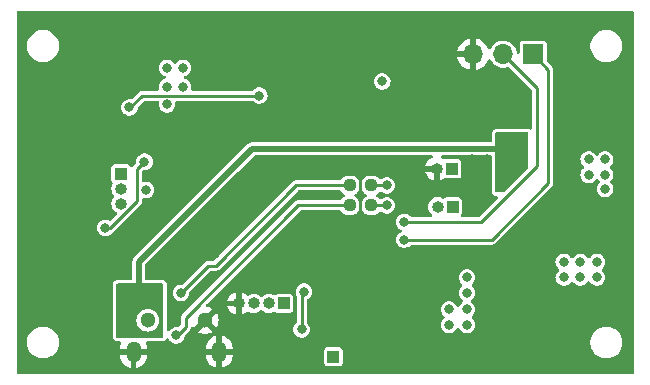
<source format=gbl>
G04 #@! TF.GenerationSoftware,KiCad,Pcbnew,8.0.1*
G04 #@! TF.CreationDate,2024-04-13T18:18:23+03:00*
G04 #@! TF.ProjectId,mains-detector,6d61696e-732d-4646-9574-6563746f722e,rev?*
G04 #@! TF.SameCoordinates,Original*
G04 #@! TF.FileFunction,Copper,L4,Bot*
G04 #@! TF.FilePolarity,Positive*
%FSLAX46Y46*%
G04 Gerber Fmt 4.6, Leading zero omitted, Abs format (unit mm)*
G04 Created by KiCad (PCBNEW 8.0.1) date 2024-04-13 18:18:23*
%MOMM*%
%LPD*%
G01*
G04 APERTURE LIST*
G04 Aperture macros list*
%AMRoundRect*
0 Rectangle with rounded corners*
0 $1 Rounding radius*
0 $2 $3 $4 $5 $6 $7 $8 $9 X,Y pos of 4 corners*
0 Add a 4 corners polygon primitive as box body*
4,1,4,$2,$3,$4,$5,$6,$7,$8,$9,$2,$3,0*
0 Add four circle primitives for the rounded corners*
1,1,$1+$1,$2,$3*
1,1,$1+$1,$4,$5*
1,1,$1+$1,$6,$7*
1,1,$1+$1,$8,$9*
0 Add four rect primitives between the rounded corners*
20,1,$1+$1,$2,$3,$4,$5,0*
20,1,$1+$1,$4,$5,$6,$7,0*
20,1,$1+$1,$6,$7,$8,$9,0*
20,1,$1+$1,$8,$9,$2,$3,0*%
G04 Aperture macros list end*
G04 #@! TA.AperFunction,ComponentPad*
%ADD10R,1.700000X1.700000*%
G04 #@! TD*
G04 #@! TA.AperFunction,ComponentPad*
%ADD11O,1.700000X1.700000*%
G04 #@! TD*
G04 #@! TA.AperFunction,ComponentPad*
%ADD12R,1.000000X1.000000*%
G04 #@! TD*
G04 #@! TA.AperFunction,ComponentPad*
%ADD13O,1.000000X1.000000*%
G04 #@! TD*
G04 #@! TA.AperFunction,ComponentPad*
%ADD14C,1.300000*%
G04 #@! TD*
G04 #@! TA.AperFunction,ComponentPad*
%ADD15O,1.300000X1.800000*%
G04 #@! TD*
G04 #@! TA.AperFunction,SMDPad,CuDef*
%ADD16RoundRect,0.237500X-0.250000X-0.237500X0.250000X-0.237500X0.250000X0.237500X-0.250000X0.237500X0*%
G04 #@! TD*
G04 #@! TA.AperFunction,ViaPad*
%ADD17C,0.800000*%
G04 #@! TD*
G04 #@! TA.AperFunction,Conductor*
%ADD18C,0.250000*%
G04 #@! TD*
G04 #@! TA.AperFunction,Conductor*
%ADD19C,0.500000*%
G04 #@! TD*
G04 APERTURE END LIST*
D10*
X43700000Y-3700000D03*
D11*
X41160000Y-3700000D03*
X38620000Y-3700000D03*
D12*
X22584803Y-24800000D03*
D13*
X21314803Y-24800000D03*
X20044803Y-24800000D03*
X18774803Y-24800000D03*
D12*
X26794803Y-29300000D03*
X8794803Y-13800000D03*
D13*
X8794803Y-15070000D03*
X8794803Y-16340000D03*
D12*
X36874803Y-16600000D03*
D13*
X35604803Y-16600000D03*
D12*
X36814803Y-13400000D03*
D13*
X35544803Y-13400000D03*
D14*
X15919803Y-26230000D03*
D15*
X17119803Y-28900000D03*
X9869803Y-28900000D03*
D14*
X11069803Y-26230000D03*
D16*
X28182303Y-14800000D03*
X30007303Y-14800000D03*
X28182303Y-16500000D03*
X30007303Y-16500000D03*
D17*
X16594803Y-9000000D03*
X30694803Y-20800000D03*
X23094803Y-9000000D03*
X17894803Y-9000000D03*
X47400000Y-24800000D03*
X37494803Y-15000000D03*
X16794803Y-18000000D03*
X25494803Y-20800000D03*
X16794803Y-16700000D03*
X24194803Y-20800000D03*
X20494803Y-9000000D03*
X36194803Y-15000000D03*
X19194803Y-9000000D03*
X49100000Y-8800000D03*
X28094803Y-20800000D03*
X26794803Y-20800000D03*
X49100000Y-7500000D03*
X34794803Y-21400000D03*
X34894803Y-15000000D03*
X21794803Y-9000000D03*
X46500000Y-8800000D03*
X24494803Y-9000000D03*
X44800000Y-26100000D03*
X46500000Y-7500000D03*
X46100000Y-26100000D03*
X38494803Y-12600000D03*
X25794803Y-9000000D03*
X47400000Y-26100000D03*
X46100000Y-24800000D03*
X47800000Y-8800000D03*
X44800000Y-24800000D03*
X16794803Y-19300000D03*
X16794803Y-20600000D03*
X27094803Y-9000000D03*
X39794803Y-12600000D03*
X29394803Y-20800000D03*
X47800000Y-7500000D03*
X30924803Y-6000000D03*
X47700000Y-22600000D03*
X49800000Y-12600000D03*
X49100000Y-22600000D03*
X12694803Y-4850000D03*
X14044803Y-4850000D03*
X36594803Y-26600000D03*
X36594803Y-25300000D03*
X38094803Y-26600000D03*
X48400000Y-13900000D03*
X47700000Y-21300000D03*
X38094803Y-22600000D03*
X38094803Y-25300000D03*
X38094803Y-23900000D03*
X46300000Y-22600000D03*
X10924803Y-15200000D03*
X48400000Y-12600000D03*
X12694803Y-6450000D03*
X14044803Y-6450000D03*
X49100000Y-21300000D03*
X49800000Y-15100000D03*
X12694803Y-7950000D03*
X46300000Y-21300000D03*
X49800000Y-13900000D03*
X11394803Y-23700000D03*
X42694803Y-12400000D03*
X41294803Y-12400000D03*
X10294803Y-23700000D03*
X9094803Y-23700000D03*
X11394803Y-24800000D03*
X9094803Y-24800000D03*
X9094803Y-25900000D03*
X42694803Y-11100000D03*
X10294803Y-24800000D03*
X31294803Y-14800000D03*
X31294803Y-16500000D03*
X32800000Y-19400000D03*
X32800000Y-17900000D03*
X24294803Y-23800000D03*
X24094803Y-27000000D03*
X10794803Y-12800000D03*
X7494803Y-18400000D03*
X20524803Y-7200000D03*
X9524803Y-8200000D03*
X13894803Y-23900000D03*
X13494803Y-27500000D03*
D18*
X10169803Y-13425000D02*
X10794803Y-12800000D01*
X10169803Y-16131727D02*
X10169803Y-13425000D01*
X7901530Y-18400000D02*
X10169803Y-16131727D01*
X7494803Y-18400000D02*
X7901530Y-18400000D01*
D19*
X41294803Y-12400000D02*
X40594803Y-11700000D01*
X19892721Y-11700000D02*
X10294803Y-21297918D01*
X40594803Y-11700000D02*
X19892721Y-11700000D01*
X10294803Y-21297918D02*
X10294803Y-23700000D01*
D18*
X30007303Y-14800000D02*
X31294803Y-14800000D01*
X30007303Y-16500000D02*
X31294803Y-16500000D01*
X40200000Y-19400000D02*
X45000000Y-14600000D01*
X45000000Y-14600000D02*
X45000000Y-5000000D01*
X32800000Y-19400000D02*
X40200000Y-19400000D01*
X45000000Y-5000000D02*
X43700000Y-3700000D01*
X39300000Y-17900000D02*
X44000000Y-13200000D01*
X32800000Y-17900000D02*
X39300000Y-17900000D01*
X44000000Y-13200000D02*
X44000000Y-6540000D01*
X44000000Y-6540000D02*
X41160000Y-3700000D01*
X24094803Y-27000000D02*
X24094803Y-24000000D01*
X24094803Y-24000000D02*
X24294803Y-23800000D01*
X20494803Y-7200000D02*
X10594803Y-7200000D01*
X10594803Y-7200000D02*
X9594803Y-8200000D01*
X16194803Y-21600000D02*
X16820108Y-21600000D01*
X13894803Y-23900000D02*
X16194803Y-21600000D01*
X16820108Y-21600000D02*
X23620108Y-14800000D01*
X23620108Y-14800000D02*
X28182303Y-14800000D01*
X13494803Y-27500000D02*
X13594803Y-27500000D01*
X13594803Y-27500000D02*
X14294803Y-26800000D01*
X14294803Y-26000000D02*
X23794803Y-16500000D01*
X14294803Y-26800000D02*
X14294803Y-26000000D01*
X23794803Y-16500000D02*
X28182303Y-16500000D01*
G04 #@! TA.AperFunction,Conductor*
G36*
X52143039Y-19685D02*
G01*
X52188794Y-72489D01*
X52200000Y-124000D01*
X52200000Y-30676000D01*
X52180315Y-30743039D01*
X52127511Y-30788794D01*
X52076000Y-30800000D01*
X124000Y-30800000D01*
X56961Y-30780315D01*
X11206Y-30727511D01*
X0Y-30676000D01*
X0Y-28206287D01*
X849500Y-28206287D01*
X882754Y-28416243D01*
X931057Y-28564905D01*
X948444Y-28618414D01*
X1044951Y-28807820D01*
X1169890Y-28979786D01*
X1320213Y-29130109D01*
X1492179Y-29255048D01*
X1492181Y-29255049D01*
X1492184Y-29255051D01*
X1681588Y-29351557D01*
X1883757Y-29417246D01*
X2093713Y-29450500D01*
X2093714Y-29450500D01*
X2306286Y-29450500D01*
X2306287Y-29450500D01*
X2516243Y-29417246D01*
X2718412Y-29351557D01*
X2907816Y-29255051D01*
X2935283Y-29235095D01*
X3079786Y-29130109D01*
X3079788Y-29130106D01*
X3079792Y-29130104D01*
X3230104Y-28979792D01*
X3230106Y-28979788D01*
X3230109Y-28979786D01*
X3355048Y-28807820D01*
X3355047Y-28807820D01*
X3355051Y-28807816D01*
X3451557Y-28618412D01*
X3517246Y-28416243D01*
X3550500Y-28206287D01*
X3550500Y-27993713D01*
X3517246Y-27783757D01*
X3451557Y-27581588D01*
X3448710Y-27576000D01*
X8089303Y-27576000D01*
X8089304Y-27576009D01*
X8096284Y-27640935D01*
X8096286Y-27640947D01*
X8107491Y-27692453D01*
X8118447Y-27730654D01*
X8118449Y-27730658D01*
X8175126Y-27827568D01*
X8175128Y-27827571D01*
X8220884Y-27880376D01*
X8220894Y-27880387D01*
X8265610Y-27922548D01*
X8265612Y-27922549D01*
X8265616Y-27922553D01*
X8365692Y-27973439D01*
X8432731Y-27993124D01*
X8518803Y-28005500D01*
X8518806Y-28005500D01*
X8705167Y-28005500D01*
X8772206Y-28025185D01*
X8817961Y-28077989D01*
X8827905Y-28147147D01*
X8815651Y-28185796D01*
X8804057Y-28208548D01*
X8804054Y-28208555D01*
X8748120Y-28380706D01*
X8719803Y-28559493D01*
X8719803Y-28650000D01*
X9520854Y-28650000D01*
X9519803Y-28653922D01*
X9519803Y-29146078D01*
X9520854Y-29150000D01*
X8719803Y-29150000D01*
X8719803Y-29240506D01*
X8748120Y-29419293D01*
X8804054Y-29591444D01*
X8804055Y-29591447D01*
X8886237Y-29752734D01*
X8992626Y-29899169D01*
X9120633Y-30027176D01*
X9267068Y-30133565D01*
X9428355Y-30215747D01*
X9428358Y-30215748D01*
X9600502Y-30271680D01*
X9600515Y-30271683D01*
X9619803Y-30274738D01*
X9619803Y-29344975D01*
X9654898Y-29380070D01*
X9734708Y-29426148D01*
X9823725Y-29450000D01*
X9915881Y-29450000D01*
X10004898Y-29426148D01*
X10084708Y-29380070D01*
X10119803Y-29344975D01*
X10119803Y-30274737D01*
X10139090Y-30271683D01*
X10139103Y-30271680D01*
X10311247Y-30215748D01*
X10311250Y-30215747D01*
X10472537Y-30133565D01*
X10618972Y-30027176D01*
X10746979Y-29899169D01*
X10853368Y-29752734D01*
X10935550Y-29591447D01*
X10935551Y-29591444D01*
X10991485Y-29419293D01*
X11019803Y-29240506D01*
X15969803Y-29240506D01*
X15998120Y-29419293D01*
X16054054Y-29591444D01*
X16054055Y-29591447D01*
X16136237Y-29752734D01*
X16242626Y-29899169D01*
X16370633Y-30027176D01*
X16517068Y-30133565D01*
X16678355Y-30215747D01*
X16678358Y-30215748D01*
X16850502Y-30271680D01*
X16850515Y-30271683D01*
X16869803Y-30274738D01*
X16869803Y-29344975D01*
X16904898Y-29380070D01*
X16984708Y-29426148D01*
X17073725Y-29450000D01*
X17165881Y-29450000D01*
X17254898Y-29426148D01*
X17334708Y-29380070D01*
X17369803Y-29344975D01*
X17369803Y-30274737D01*
X17389090Y-30271683D01*
X17389103Y-30271680D01*
X17561247Y-30215748D01*
X17561250Y-30215747D01*
X17722537Y-30133565D01*
X17868972Y-30027176D01*
X17996979Y-29899169D01*
X18036439Y-29844856D01*
X25994303Y-29844856D01*
X25994305Y-29844882D01*
X25997216Y-29869987D01*
X25997218Y-29869991D01*
X26042596Y-29972764D01*
X26042597Y-29972765D01*
X26122038Y-30052206D01*
X26224812Y-30097585D01*
X26249938Y-30100500D01*
X27339667Y-30100499D01*
X27339682Y-30100497D01*
X27339685Y-30100497D01*
X27364790Y-30097586D01*
X27364791Y-30097585D01*
X27364794Y-30097585D01*
X27467568Y-30052206D01*
X27547009Y-29972765D01*
X27592388Y-29869991D01*
X27595303Y-29844865D01*
X27595302Y-28755136D01*
X27595300Y-28755117D01*
X27592389Y-28730012D01*
X27592388Y-28730010D01*
X27592388Y-28730009D01*
X27547009Y-28627235D01*
X27467568Y-28547794D01*
X27467566Y-28547793D01*
X27364795Y-28502415D01*
X27339668Y-28499500D01*
X26249946Y-28499500D01*
X26249920Y-28499502D01*
X26224815Y-28502413D01*
X26224811Y-28502415D01*
X26122038Y-28547793D01*
X26042597Y-28627234D01*
X25997218Y-28730006D01*
X25997218Y-28730008D01*
X25994303Y-28755131D01*
X25994303Y-29844856D01*
X18036439Y-29844856D01*
X18103368Y-29752734D01*
X18185550Y-29591447D01*
X18185551Y-29591444D01*
X18241485Y-29419293D01*
X18269803Y-29240506D01*
X18269803Y-29150000D01*
X17468752Y-29150000D01*
X17469803Y-29146078D01*
X17469803Y-28653922D01*
X17468752Y-28650000D01*
X18269803Y-28650000D01*
X18269803Y-28559493D01*
X18241485Y-28380706D01*
X18185551Y-28208555D01*
X18185550Y-28208552D01*
X18184396Y-28206287D01*
X48549500Y-28206287D01*
X48582754Y-28416243D01*
X48631057Y-28564905D01*
X48648444Y-28618414D01*
X48744951Y-28807820D01*
X48869890Y-28979786D01*
X49020213Y-29130109D01*
X49192179Y-29255048D01*
X49192181Y-29255049D01*
X49192184Y-29255051D01*
X49381588Y-29351557D01*
X49583757Y-29417246D01*
X49793713Y-29450500D01*
X49793714Y-29450500D01*
X50006286Y-29450500D01*
X50006287Y-29450500D01*
X50216243Y-29417246D01*
X50418412Y-29351557D01*
X50607816Y-29255051D01*
X50635283Y-29235095D01*
X50779786Y-29130109D01*
X50779788Y-29130106D01*
X50779792Y-29130104D01*
X50930104Y-28979792D01*
X50930106Y-28979788D01*
X50930109Y-28979786D01*
X51055048Y-28807820D01*
X51055047Y-28807820D01*
X51055051Y-28807816D01*
X51151557Y-28618412D01*
X51217246Y-28416243D01*
X51250500Y-28206287D01*
X51250500Y-27993713D01*
X51217246Y-27783757D01*
X51151557Y-27581588D01*
X51055051Y-27392184D01*
X51055049Y-27392181D01*
X51055048Y-27392179D01*
X50930109Y-27220213D01*
X50779786Y-27069890D01*
X50607820Y-26944951D01*
X50418414Y-26848444D01*
X50418413Y-26848443D01*
X50418412Y-26848443D01*
X50216243Y-26782754D01*
X50216241Y-26782753D01*
X50216240Y-26782753D01*
X50054957Y-26757208D01*
X50006287Y-26749500D01*
X49793713Y-26749500D01*
X49745042Y-26757208D01*
X49583760Y-26782753D01*
X49583757Y-26782754D01*
X49406927Y-26840210D01*
X49381585Y-26848444D01*
X49192179Y-26944951D01*
X49020213Y-27069890D01*
X48869890Y-27220213D01*
X48744951Y-27392179D01*
X48648444Y-27581585D01*
X48582753Y-27783760D01*
X48553584Y-27967927D01*
X48549500Y-27993713D01*
X48549500Y-28206287D01*
X18184396Y-28206287D01*
X18103368Y-28047265D01*
X17996979Y-27900830D01*
X17868972Y-27772823D01*
X17722537Y-27666434D01*
X17561250Y-27584252D01*
X17561244Y-27584250D01*
X17389098Y-27528318D01*
X17389088Y-27528315D01*
X17369803Y-27525260D01*
X17369803Y-28455025D01*
X17334708Y-28419930D01*
X17254898Y-28373852D01*
X17165881Y-28350000D01*
X17073725Y-28350000D01*
X16984708Y-28373852D01*
X16904898Y-28419930D01*
X16869803Y-28455025D01*
X16869803Y-27525260D01*
X16850517Y-27528315D01*
X16850507Y-27528318D01*
X16678361Y-27584250D01*
X16678355Y-27584252D01*
X16517068Y-27666434D01*
X16370633Y-27772823D01*
X16242626Y-27900830D01*
X16136237Y-28047265D01*
X16054055Y-28208552D01*
X16054054Y-28208555D01*
X15998120Y-28380706D01*
X15969803Y-28559493D01*
X15969803Y-28650000D01*
X16770854Y-28650000D01*
X16769803Y-28653922D01*
X16769803Y-29146078D01*
X16770854Y-29150000D01*
X15969803Y-29150000D01*
X15969803Y-29240506D01*
X11019803Y-29240506D01*
X11019803Y-29150000D01*
X10218752Y-29150000D01*
X10219803Y-29146078D01*
X10219803Y-28653922D01*
X10218752Y-28650000D01*
X11019803Y-28650000D01*
X11019803Y-28559493D01*
X10991485Y-28380706D01*
X10935551Y-28208555D01*
X10935548Y-28208548D01*
X10923955Y-28185796D01*
X10911058Y-28117127D01*
X10937334Y-28052386D01*
X10994440Y-28012129D01*
X11034439Y-28005500D01*
X12270793Y-28005500D01*
X12270803Y-28005500D01*
X12335744Y-27998518D01*
X12387255Y-27987312D01*
X12425461Y-27976354D01*
X12522374Y-27919675D01*
X12575178Y-27873920D01*
X12575185Y-27873912D01*
X12575190Y-27873908D01*
X12617351Y-27829192D01*
X12617356Y-27829187D01*
X12635268Y-27793959D01*
X12683198Y-27743125D01*
X12751005Y-27726272D01*
X12817159Y-27748754D01*
X12860657Y-27803432D01*
X12861741Y-27806191D01*
X12869986Y-27827932D01*
X12901728Y-27873918D01*
X12966620Y-27967929D01*
X13016512Y-28012129D01*
X13093953Y-28080736D01*
X13220489Y-28147147D01*
X13244578Y-28159790D01*
X13409747Y-28200500D01*
X13579859Y-28200500D01*
X13745028Y-28159790D01*
X13826315Y-28117127D01*
X13895652Y-28080736D01*
X13895653Y-28080734D01*
X13895655Y-28080734D01*
X14022986Y-27967929D01*
X14119621Y-27827930D01*
X14179943Y-27668872D01*
X14195829Y-27538037D01*
X14223449Y-27473863D01*
X14231232Y-27465318D01*
X14495992Y-27200559D01*
X15302794Y-27200559D01*
X15405007Y-27263847D01*
X15405011Y-27263849D01*
X15603739Y-27340836D01*
X15603744Y-27340837D01*
X15813242Y-27380000D01*
X16026364Y-27380000D01*
X16235861Y-27340837D01*
X16235866Y-27340836D01*
X16434594Y-27263849D01*
X16434601Y-27263846D01*
X16536809Y-27200560D01*
X16536809Y-27200559D01*
X16336250Y-27000000D01*
X23389158Y-27000000D01*
X23409662Y-27168869D01*
X23409663Y-27168874D01*
X23469985Y-27327931D01*
X23532278Y-27418177D01*
X23566620Y-27467929D01*
X23672308Y-27561560D01*
X23693953Y-27580736D01*
X23808676Y-27640947D01*
X23844578Y-27659790D01*
X24009747Y-27700500D01*
X24179859Y-27700500D01*
X24345028Y-27659790D01*
X24424495Y-27618081D01*
X24495652Y-27580736D01*
X24495653Y-27580734D01*
X24495655Y-27580734D01*
X24622986Y-27467929D01*
X24719621Y-27327930D01*
X24779943Y-27168872D01*
X24800448Y-27000000D01*
X24779943Y-26831128D01*
X24779054Y-26828785D01*
X24719620Y-26672068D01*
X24669874Y-26600000D01*
X35889158Y-26600000D01*
X35909662Y-26768869D01*
X35909663Y-26768874D01*
X35969985Y-26927931D01*
X36019732Y-27000000D01*
X36066620Y-27067929D01*
X36150294Y-27142057D01*
X36193953Y-27180736D01*
X36344576Y-27259789D01*
X36344578Y-27259790D01*
X36509747Y-27300500D01*
X36679859Y-27300500D01*
X36845028Y-27259790D01*
X36924495Y-27218081D01*
X36995652Y-27180736D01*
X36995653Y-27180734D01*
X36995655Y-27180734D01*
X37122986Y-27067929D01*
X37219621Y-26927930D01*
X37228861Y-26903564D01*
X37271039Y-26847862D01*
X37336636Y-26823805D01*
X37404826Y-26839032D01*
X37453960Y-26888707D01*
X37460745Y-26903565D01*
X37469985Y-26927931D01*
X37519732Y-27000000D01*
X37566620Y-27067929D01*
X37650294Y-27142057D01*
X37693953Y-27180736D01*
X37844576Y-27259789D01*
X37844578Y-27259790D01*
X38009747Y-27300500D01*
X38179859Y-27300500D01*
X38345028Y-27259790D01*
X38424495Y-27218081D01*
X38495652Y-27180736D01*
X38495653Y-27180734D01*
X38495655Y-27180734D01*
X38622986Y-27067929D01*
X38719621Y-26927930D01*
X38779943Y-26768872D01*
X38800448Y-26600000D01*
X38779943Y-26431128D01*
X38719621Y-26272070D01*
X38622986Y-26132071D01*
X38522234Y-26042812D01*
X38485110Y-25983627D01*
X38485877Y-25913761D01*
X38522233Y-25857187D01*
X38622986Y-25767929D01*
X38719621Y-25627930D01*
X38779943Y-25468872D01*
X38800448Y-25300000D01*
X38779943Y-25131128D01*
X38719621Y-24972070D01*
X38622986Y-24832071D01*
X38495655Y-24719266D01*
X38477612Y-24709796D01*
X38427400Y-24661212D01*
X38411425Y-24593194D01*
X38434760Y-24527336D01*
X38477612Y-24490203D01*
X38495655Y-24480734D01*
X38622986Y-24367929D01*
X38719621Y-24227930D01*
X38779943Y-24068872D01*
X38800448Y-23900000D01*
X38779943Y-23731128D01*
X38719621Y-23572070D01*
X38622986Y-23432071D01*
X38522234Y-23342812D01*
X38485110Y-23283627D01*
X38485877Y-23213761D01*
X38522233Y-23157187D01*
X38622986Y-23067929D01*
X38719621Y-22927930D01*
X38779943Y-22768872D01*
X38800448Y-22600000D01*
X45594355Y-22600000D01*
X45614859Y-22768869D01*
X45614860Y-22768874D01*
X45675182Y-22927931D01*
X45705899Y-22972431D01*
X45771817Y-23067929D01*
X45874674Y-23159052D01*
X45899150Y-23180736D01*
X46031122Y-23250000D01*
X46049775Y-23259790D01*
X46214944Y-23300500D01*
X46385056Y-23300500D01*
X46550225Y-23259790D01*
X46665097Y-23199500D01*
X46700849Y-23180736D01*
X46700850Y-23180734D01*
X46700852Y-23180734D01*
X46828183Y-23067929D01*
X46897951Y-22966853D01*
X46952233Y-22922864D01*
X47021681Y-22915204D01*
X47084246Y-22946307D01*
X47102047Y-22966851D01*
X47145680Y-23030064D01*
X47171816Y-23067928D01*
X47299150Y-23180736D01*
X47431122Y-23250000D01*
X47449775Y-23259790D01*
X47614944Y-23300500D01*
X47785056Y-23300500D01*
X47950225Y-23259790D01*
X48065097Y-23199500D01*
X48100849Y-23180736D01*
X48100850Y-23180734D01*
X48100852Y-23180734D01*
X48228183Y-23067929D01*
X48297951Y-22966853D01*
X48352233Y-22922864D01*
X48421681Y-22915204D01*
X48484246Y-22946307D01*
X48502047Y-22966851D01*
X48545680Y-23030064D01*
X48571816Y-23067928D01*
X48699150Y-23180736D01*
X48831122Y-23250000D01*
X48849775Y-23259790D01*
X49014944Y-23300500D01*
X49185056Y-23300500D01*
X49350225Y-23259790D01*
X49465097Y-23199500D01*
X49500849Y-23180736D01*
X49500850Y-23180734D01*
X49500852Y-23180734D01*
X49628183Y-23067929D01*
X49724818Y-22927930D01*
X49785140Y-22768872D01*
X49805645Y-22600000D01*
X49785140Y-22431128D01*
X49724818Y-22272070D01*
X49628183Y-22132071D01*
X49527431Y-22042812D01*
X49490307Y-21983627D01*
X49491074Y-21913761D01*
X49527430Y-21857187D01*
X49628183Y-21767929D01*
X49724818Y-21627930D01*
X49785140Y-21468872D01*
X49805645Y-21300000D01*
X49785140Y-21131128D01*
X49724818Y-20972070D01*
X49716420Y-20959904D01*
X49690476Y-20922318D01*
X49628183Y-20832071D01*
X49500852Y-20719266D01*
X49500849Y-20719263D01*
X49350226Y-20640210D01*
X49185056Y-20599500D01*
X49014944Y-20599500D01*
X48849773Y-20640210D01*
X48699150Y-20719263D01*
X48571818Y-20832070D01*
X48571817Y-20832071D01*
X48502048Y-20933146D01*
X48447767Y-20977136D01*
X48378318Y-20984795D01*
X48315753Y-20953691D01*
X48297952Y-20933148D01*
X48228183Y-20832071D01*
X48100852Y-20719266D01*
X48100849Y-20719263D01*
X47950226Y-20640210D01*
X47785056Y-20599500D01*
X47614944Y-20599500D01*
X47449773Y-20640210D01*
X47299150Y-20719263D01*
X47171818Y-20832070D01*
X47171817Y-20832071D01*
X47102048Y-20933146D01*
X47047767Y-20977136D01*
X46978318Y-20984795D01*
X46915753Y-20953691D01*
X46897952Y-20933148D01*
X46828183Y-20832071D01*
X46700852Y-20719266D01*
X46700849Y-20719263D01*
X46550226Y-20640210D01*
X46385056Y-20599500D01*
X46214944Y-20599500D01*
X46049773Y-20640210D01*
X45899150Y-20719263D01*
X45771816Y-20832072D01*
X45675182Y-20972068D01*
X45614860Y-21131125D01*
X45614859Y-21131130D01*
X45594355Y-21300000D01*
X45614859Y-21468869D01*
X45614860Y-21468874D01*
X45675182Y-21627931D01*
X45702049Y-21666854D01*
X45771817Y-21767929D01*
X45872566Y-21857185D01*
X45909693Y-21916374D01*
X45908925Y-21986239D01*
X45872566Y-22042814D01*
X45771818Y-22132070D01*
X45771816Y-22132072D01*
X45675182Y-22272068D01*
X45614860Y-22431125D01*
X45614859Y-22431130D01*
X45594355Y-22600000D01*
X38800448Y-22600000D01*
X38779943Y-22431128D01*
X38719621Y-22272070D01*
X38622986Y-22132071D01*
X38495655Y-22019266D01*
X38495652Y-22019263D01*
X38345029Y-21940210D01*
X38179859Y-21899500D01*
X38009747Y-21899500D01*
X37844576Y-21940210D01*
X37693953Y-22019263D01*
X37566619Y-22132072D01*
X37469985Y-22272068D01*
X37409663Y-22431125D01*
X37409662Y-22431130D01*
X37389158Y-22600000D01*
X37409662Y-22768869D01*
X37409663Y-22768874D01*
X37469985Y-22927931D01*
X37500702Y-22972431D01*
X37566620Y-23067929D01*
X37667369Y-23157185D01*
X37704496Y-23216374D01*
X37703728Y-23286239D01*
X37667369Y-23342814D01*
X37566620Y-23432071D01*
X37566619Y-23432072D01*
X37469985Y-23572068D01*
X37409663Y-23731125D01*
X37409662Y-23731130D01*
X37389158Y-23900000D01*
X37409662Y-24068869D01*
X37409663Y-24068874D01*
X37469985Y-24227931D01*
X37518170Y-24297738D01*
X37566620Y-24367929D01*
X37693951Y-24480734D01*
X37706997Y-24487581D01*
X37711994Y-24490204D01*
X37762206Y-24538789D01*
X37778180Y-24606808D01*
X37754844Y-24672666D01*
X37711994Y-24709796D01*
X37693952Y-24719265D01*
X37566619Y-24832072D01*
X37469986Y-24972067D01*
X37460745Y-24996435D01*
X37418566Y-25052137D01*
X37352969Y-25076194D01*
X37284778Y-25060967D01*
X37235646Y-25011290D01*
X37228861Y-24996435D01*
X37219621Y-24972070D01*
X37122986Y-24832071D01*
X36995655Y-24719266D01*
X36995652Y-24719263D01*
X36845029Y-24640210D01*
X36679859Y-24599500D01*
X36509747Y-24599500D01*
X36344576Y-24640210D01*
X36193953Y-24719263D01*
X36066619Y-24832072D01*
X35969985Y-24972068D01*
X35909663Y-25131125D01*
X35909662Y-25131130D01*
X35889158Y-25300000D01*
X35909662Y-25468869D01*
X35909663Y-25468874D01*
X35969985Y-25627931D01*
X36013592Y-25691105D01*
X36066620Y-25767929D01*
X36167369Y-25857185D01*
X36204496Y-25916374D01*
X36203728Y-25986239D01*
X36167369Y-26042814D01*
X36108572Y-26094905D01*
X36066619Y-26132072D01*
X35969985Y-26272068D01*
X35909663Y-26431125D01*
X35909662Y-26431130D01*
X35889158Y-26600000D01*
X24669874Y-26600000D01*
X24663026Y-26590079D01*
X24622986Y-26532071D01*
X24598152Y-26510070D01*
X24562076Y-26478109D01*
X24524949Y-26418920D01*
X24520303Y-26385294D01*
X24520303Y-24547726D01*
X24539988Y-24480687D01*
X24586675Y-24437931D01*
X24695655Y-24380734D01*
X24822986Y-24267929D01*
X24919621Y-24127930D01*
X24979943Y-23968872D01*
X25000448Y-23800000D01*
X24979943Y-23631128D01*
X24919621Y-23472070D01*
X24892011Y-23432071D01*
X24885279Y-23422318D01*
X24822986Y-23332071D01*
X24700999Y-23224000D01*
X24695652Y-23219263D01*
X24545029Y-23140210D01*
X24379859Y-23099500D01*
X24209747Y-23099500D01*
X24044576Y-23140210D01*
X23893953Y-23219263D01*
X23766619Y-23332072D01*
X23669985Y-23472068D01*
X23609663Y-23631125D01*
X23609662Y-23631130D01*
X23589158Y-23800000D01*
X23609662Y-23968870D01*
X23609663Y-23968875D01*
X23647588Y-24068872D01*
X23656049Y-24091184D01*
X23661245Y-24104883D01*
X23669303Y-24148854D01*
X23669303Y-26385294D01*
X23649618Y-26452333D01*
X23627530Y-26478109D01*
X23566621Y-26532069D01*
X23469985Y-26672068D01*
X23409663Y-26831125D01*
X23409662Y-26831130D01*
X23389158Y-27000000D01*
X16336250Y-27000000D01*
X15919804Y-26583553D01*
X15919803Y-26583553D01*
X15302794Y-27200559D01*
X14495992Y-27200559D01*
X14635287Y-27061264D01*
X14691306Y-26964237D01*
X14715161Y-26875207D01*
X14751525Y-26815549D01*
X14814372Y-26785020D01*
X14883747Y-26793315D01*
X14933313Y-26834240D01*
X14934407Y-26833414D01*
X14946639Y-26849610D01*
X15569803Y-26226446D01*
X15569803Y-26276078D01*
X15593655Y-26365095D01*
X15639733Y-26444905D01*
X15704898Y-26510070D01*
X15784708Y-26556148D01*
X15873725Y-26580000D01*
X15965881Y-26580000D01*
X16054898Y-26556148D01*
X16134708Y-26510070D01*
X16199873Y-26444905D01*
X16245951Y-26365095D01*
X16269803Y-26276078D01*
X16269803Y-26230000D01*
X16273356Y-26230000D01*
X16892965Y-26849609D01*
X16892966Y-26849609D01*
X16901743Y-26837988D01*
X16901745Y-26837985D01*
X16996736Y-26647216D01*
X16996744Y-26647196D01*
X17055064Y-26442219D01*
X17055065Y-26442216D01*
X17074730Y-26230000D01*
X17074730Y-26229999D01*
X17055065Y-26017783D01*
X17055064Y-26017780D01*
X16996744Y-25812803D01*
X16996736Y-25812783D01*
X16901745Y-25622014D01*
X16901740Y-25622006D01*
X16892966Y-25610389D01*
X16273356Y-26229999D01*
X16273356Y-26230000D01*
X16269803Y-26230000D01*
X16269803Y-26183922D01*
X16245951Y-26094905D01*
X16199873Y-26015095D01*
X16134708Y-25949930D01*
X16054898Y-25903852D01*
X15965881Y-25880000D01*
X15916249Y-25880000D01*
X16536810Y-25259439D01*
X16434596Y-25196151D01*
X16434592Y-25196149D01*
X16235866Y-25119163D01*
X16235861Y-25119162D01*
X16080834Y-25090182D01*
X16018553Y-25058514D01*
X16013574Y-25050000D01*
X17805643Y-25050000D01*
X17846455Y-25184541D01*
X17939306Y-25358253D01*
X17939310Y-25358260D01*
X18064274Y-25510528D01*
X18216542Y-25635491D01*
X18390268Y-25728349D01*
X18524803Y-25769159D01*
X18524803Y-25050000D01*
X17805643Y-25050000D01*
X16013574Y-25050000D01*
X15983280Y-24998201D01*
X15986214Y-24928393D01*
X16015936Y-24880614D01*
X16053763Y-24842787D01*
X18449803Y-24842787D01*
X18471952Y-24925445D01*
X18514739Y-24999554D01*
X18575249Y-25060064D01*
X18649358Y-25102851D01*
X18732016Y-25125000D01*
X18817590Y-25125000D01*
X18900248Y-25102851D01*
X18974357Y-25060064D01*
X19024803Y-25009618D01*
X19024803Y-25769159D01*
X19159337Y-25728349D01*
X19333063Y-25635491D01*
X19485323Y-25510534D01*
X19487042Y-25508816D01*
X19488165Y-25508202D01*
X19490040Y-25506664D01*
X19490331Y-25507019D01*
X19548363Y-25475326D01*
X19618055Y-25480305D01*
X19640703Y-25491496D01*
X19692123Y-25523805D01*
X19695281Y-25525789D01*
X19855577Y-25581879D01*
X19865548Y-25585368D01*
X19865553Y-25585369D01*
X20044799Y-25605565D01*
X20044803Y-25605565D01*
X20044807Y-25605565D01*
X20224052Y-25585369D01*
X20224055Y-25585368D01*
X20224058Y-25585368D01*
X20394325Y-25525789D01*
X20547065Y-25429816D01*
X20592122Y-25384759D01*
X20653445Y-25351274D01*
X20723137Y-25356258D01*
X20767484Y-25384759D01*
X20812541Y-25429816D01*
X20880894Y-25472765D01*
X20940660Y-25510319D01*
X20965281Y-25525789D01*
X21125577Y-25581879D01*
X21135548Y-25585368D01*
X21135553Y-25585369D01*
X21314799Y-25605565D01*
X21314803Y-25605565D01*
X21314807Y-25605565D01*
X21494052Y-25585369D01*
X21494055Y-25585368D01*
X21494058Y-25585368D01*
X21664325Y-25525789D01*
X21692315Y-25508202D01*
X21716497Y-25493007D01*
X21783734Y-25474006D01*
X21850569Y-25494373D01*
X21870151Y-25510319D01*
X21912038Y-25552206D01*
X22014812Y-25597585D01*
X22039938Y-25600500D01*
X23129667Y-25600499D01*
X23129682Y-25600497D01*
X23129685Y-25600497D01*
X23154790Y-25597586D01*
X23154791Y-25597585D01*
X23154794Y-25597585D01*
X23257568Y-25552206D01*
X23337009Y-25472765D01*
X23382388Y-25369991D01*
X23385303Y-25344865D01*
X23385302Y-24255136D01*
X23384559Y-24248725D01*
X23382389Y-24230012D01*
X23382388Y-24230010D01*
X23382388Y-24230009D01*
X23337009Y-24127235D01*
X23257568Y-24047794D01*
X23257566Y-24047793D01*
X23154795Y-24002415D01*
X23129668Y-23999500D01*
X22039946Y-23999500D01*
X22039920Y-23999502D01*
X22014815Y-24002413D01*
X22014811Y-24002415D01*
X21912038Y-24047793D01*
X21912036Y-24047794D01*
X21870150Y-24089681D01*
X21808827Y-24123165D01*
X21739135Y-24118180D01*
X21716499Y-24106993D01*
X21664324Y-24074209D01*
X21494065Y-24014633D01*
X21494052Y-24014630D01*
X21314807Y-23994435D01*
X21314799Y-23994435D01*
X21135553Y-24014630D01*
X21135548Y-24014631D01*
X20965279Y-24074211D01*
X20812540Y-24170184D01*
X20767483Y-24215241D01*
X20706160Y-24248725D01*
X20636468Y-24243740D01*
X20592123Y-24215241D01*
X20547066Y-24170185D01*
X20547065Y-24170184D01*
X20394326Y-24074211D01*
X20224057Y-24014631D01*
X20224052Y-24014630D01*
X20044807Y-23994435D01*
X20044799Y-23994435D01*
X19865553Y-24014630D01*
X19865540Y-24014633D01*
X19695285Y-24074208D01*
X19640702Y-24108505D01*
X19573465Y-24127504D01*
X19506630Y-24107135D01*
X19487042Y-24091184D01*
X19485323Y-24089465D01*
X19333063Y-23964507D01*
X19333056Y-23964503D01*
X19159344Y-23871652D01*
X19024803Y-23830839D01*
X19024803Y-24590382D01*
X18974357Y-24539936D01*
X18900248Y-24497149D01*
X18817590Y-24475000D01*
X18732016Y-24475000D01*
X18649358Y-24497149D01*
X18575249Y-24539936D01*
X18514739Y-24600446D01*
X18471952Y-24674555D01*
X18449803Y-24757213D01*
X18449803Y-24842787D01*
X16053763Y-24842787D01*
X16346551Y-24549999D01*
X17805642Y-24549999D01*
X17805643Y-24550000D01*
X18524803Y-24550000D01*
X18524803Y-23830839D01*
X18524802Y-23830839D01*
X18390261Y-23871652D01*
X18216549Y-23964503D01*
X18216542Y-23964507D01*
X18064274Y-24089471D01*
X17939310Y-24241739D01*
X17939306Y-24241746D01*
X17846455Y-24415458D01*
X17805642Y-24549999D01*
X16346551Y-24549999D01*
X23934732Y-16961819D01*
X23996055Y-16928334D01*
X24022413Y-16925500D01*
X27343725Y-16925500D01*
X27410764Y-16945185D01*
X27456519Y-16997989D01*
X27458898Y-17003582D01*
X27458940Y-17003657D01*
X27548302Y-17121500D01*
X27666142Y-17210860D01*
X27666145Y-17210862D01*
X27803726Y-17265117D01*
X27861365Y-17272039D01*
X27890184Y-17275500D01*
X27890185Y-17275500D01*
X28474422Y-17275500D01*
X28497212Y-17272763D01*
X28560880Y-17265117D01*
X28698461Y-17210862D01*
X28816303Y-17121500D01*
X28905665Y-17003658D01*
X28959920Y-16866077D01*
X28970303Y-16779618D01*
X29219303Y-16779618D01*
X29229685Y-16866074D01*
X29229685Y-16866075D01*
X29229686Y-16866077D01*
X29281705Y-16997989D01*
X29283942Y-17003660D01*
X29373302Y-17121500D01*
X29491142Y-17210860D01*
X29491145Y-17210862D01*
X29628726Y-17265117D01*
X29686365Y-17272039D01*
X29715184Y-17275500D01*
X29715185Y-17275500D01*
X30299422Y-17275500D01*
X30322212Y-17272763D01*
X30385880Y-17265117D01*
X30523461Y-17210862D01*
X30641303Y-17121500D01*
X30680459Y-17069864D01*
X30736649Y-17028342D01*
X30806370Y-17023789D01*
X30861486Y-17051973D01*
X30877082Y-17065789D01*
X30893953Y-17080736D01*
X31044576Y-17159789D01*
X31044578Y-17159790D01*
X31209747Y-17200500D01*
X31379859Y-17200500D01*
X31545028Y-17159790D01*
X31643291Y-17108217D01*
X31695652Y-17080736D01*
X31695653Y-17080734D01*
X31695655Y-17080734D01*
X31822986Y-16967929D01*
X31919621Y-16827930D01*
X31979943Y-16668872D01*
X32000448Y-16500000D01*
X31979943Y-16331128D01*
X31919621Y-16172070D01*
X31911807Y-16160750D01*
X31853107Y-16075709D01*
X31822986Y-16032071D01*
X31728117Y-15948025D01*
X31695652Y-15919263D01*
X31545029Y-15840210D01*
X31379859Y-15799500D01*
X31209747Y-15799500D01*
X31044576Y-15840210D01*
X30893953Y-15919264D01*
X30861489Y-15948025D01*
X30798255Y-15977746D01*
X30728992Y-15968562D01*
X30680458Y-15930133D01*
X30641304Y-15878500D01*
X30523463Y-15789139D01*
X30523461Y-15789138D01*
X30463148Y-15765353D01*
X30408006Y-15722449D01*
X30384813Y-15656541D01*
X30400934Y-15588556D01*
X30451250Y-15540080D01*
X30463140Y-15534649D01*
X30523461Y-15510862D01*
X30641303Y-15421500D01*
X30680459Y-15369864D01*
X30736649Y-15328342D01*
X30806370Y-15323789D01*
X30861486Y-15351973D01*
X30888659Y-15376046D01*
X30893953Y-15380736D01*
X31044576Y-15459789D01*
X31044578Y-15459790D01*
X31209747Y-15500500D01*
X31379859Y-15500500D01*
X31545028Y-15459790D01*
X31673327Y-15392453D01*
X31695652Y-15380736D01*
X31695653Y-15380734D01*
X31695655Y-15380734D01*
X31822986Y-15267929D01*
X31919621Y-15127930D01*
X31979943Y-14968872D01*
X32000448Y-14800000D01*
X31979943Y-14631128D01*
X31975444Y-14619266D01*
X31925448Y-14487434D01*
X31919621Y-14472070D01*
X31915689Y-14466374D01*
X31857606Y-14382227D01*
X31822986Y-14332071D01*
X31713969Y-14235491D01*
X31695652Y-14219263D01*
X31545029Y-14140210D01*
X31379859Y-14099500D01*
X31209747Y-14099500D01*
X31044576Y-14140210D01*
X30893953Y-14219264D01*
X30861489Y-14248025D01*
X30798255Y-14277746D01*
X30728992Y-14268562D01*
X30680458Y-14230133D01*
X30641304Y-14178500D01*
X30523463Y-14089139D01*
X30523461Y-14089138D01*
X30385880Y-14034883D01*
X30385879Y-14034882D01*
X30385877Y-14034882D01*
X30299422Y-14024500D01*
X30299421Y-14024500D01*
X29715185Y-14024500D01*
X29715184Y-14024500D01*
X29628728Y-14034882D01*
X29628727Y-14034882D01*
X29491142Y-14089139D01*
X29373302Y-14178499D01*
X29283942Y-14296339D01*
X29229685Y-14433924D01*
X29229685Y-14433925D01*
X29219303Y-14520381D01*
X29219303Y-15079618D01*
X29229685Y-15166074D01*
X29229685Y-15166075D01*
X29248887Y-15214768D01*
X29281705Y-15297989D01*
X29283942Y-15303660D01*
X29373302Y-15421500D01*
X29491142Y-15510860D01*
X29491145Y-15510862D01*
X29521597Y-15522870D01*
X29551456Y-15534646D01*
X29606599Y-15577552D01*
X29629792Y-15643460D01*
X29613671Y-15711444D01*
X29563354Y-15759920D01*
X29551456Y-15765354D01*
X29491146Y-15789137D01*
X29491142Y-15789139D01*
X29373302Y-15878499D01*
X29283942Y-15996339D01*
X29229685Y-16133924D01*
X29229685Y-16133925D01*
X29219303Y-16220381D01*
X29219303Y-16779618D01*
X28970303Y-16779618D01*
X28970303Y-16220382D01*
X28959920Y-16133923D01*
X28905665Y-15996342D01*
X28902226Y-15991807D01*
X28816303Y-15878499D01*
X28698463Y-15789139D01*
X28698461Y-15789138D01*
X28638148Y-15765353D01*
X28583006Y-15722449D01*
X28559813Y-15656541D01*
X28575934Y-15588556D01*
X28626250Y-15540080D01*
X28638140Y-15534649D01*
X28698461Y-15510862D01*
X28816303Y-15421500D01*
X28905665Y-15303658D01*
X28959920Y-15166077D01*
X28970303Y-15079618D01*
X28970303Y-14520382D01*
X28959920Y-14433923D01*
X28905665Y-14296342D01*
X28905663Y-14296339D01*
X28816303Y-14178499D01*
X28698463Y-14089139D01*
X28698461Y-14089138D01*
X28560880Y-14034883D01*
X28560879Y-14034882D01*
X28560877Y-14034882D01*
X28474422Y-14024500D01*
X28474421Y-14024500D01*
X27890185Y-14024500D01*
X27890184Y-14024500D01*
X27803728Y-14034882D01*
X27803727Y-14034882D01*
X27666142Y-14089139D01*
X27548302Y-14178499D01*
X27458940Y-14296342D01*
X27454783Y-14303736D01*
X27453579Y-14303059D01*
X27416174Y-14351134D01*
X27350266Y-14374327D01*
X27343725Y-14374500D01*
X23564088Y-14374500D01*
X23535251Y-14382226D01*
X23535252Y-14382227D01*
X23455869Y-14403497D01*
X23455868Y-14403498D01*
X23358848Y-14459513D01*
X23358842Y-14459517D01*
X16680179Y-21138181D01*
X16618856Y-21171666D01*
X16592498Y-21174500D01*
X16250821Y-21174500D01*
X16138784Y-21174500D01*
X16030566Y-21203497D01*
X16030564Y-21203498D01*
X16030563Y-21203498D01*
X15933543Y-21259513D01*
X15933537Y-21259517D01*
X14029873Y-23163181D01*
X13968550Y-23196666D01*
X13942192Y-23199500D01*
X13809747Y-23199500D01*
X13644576Y-23240210D01*
X13493953Y-23319263D01*
X13366619Y-23432072D01*
X13269985Y-23572068D01*
X13209663Y-23731125D01*
X13209662Y-23731130D01*
X13189158Y-23900000D01*
X13209662Y-24068869D01*
X13209663Y-24068874D01*
X13269985Y-24227931D01*
X13318170Y-24297738D01*
X13366620Y-24367929D01*
X13445634Y-24437929D01*
X13493953Y-24480736D01*
X13621592Y-24547726D01*
X13644578Y-24559790D01*
X13809747Y-24600500D01*
X13979859Y-24600500D01*
X14145028Y-24559790D01*
X14224495Y-24518081D01*
X14295652Y-24480736D01*
X14295653Y-24480734D01*
X14295655Y-24480734D01*
X14422986Y-24367929D01*
X14519621Y-24227930D01*
X14579943Y-24068872D01*
X14600448Y-23900000D01*
X14596475Y-23867285D01*
X14607934Y-23798365D01*
X14631887Y-23764662D01*
X16334732Y-22061819D01*
X16396055Y-22028334D01*
X16422413Y-22025500D01*
X16876124Y-22025500D01*
X16876126Y-22025500D01*
X16984345Y-21996503D01*
X17081371Y-21940485D01*
X23760036Y-15261818D01*
X23821359Y-15228334D01*
X23847717Y-15225500D01*
X27343725Y-15225500D01*
X27410764Y-15245185D01*
X27456519Y-15297989D01*
X27458898Y-15303582D01*
X27458940Y-15303657D01*
X27548302Y-15421500D01*
X27666142Y-15510860D01*
X27666145Y-15510862D01*
X27696597Y-15522870D01*
X27726456Y-15534646D01*
X27781599Y-15577552D01*
X27804792Y-15643460D01*
X27788671Y-15711444D01*
X27738354Y-15759920D01*
X27726456Y-15765354D01*
X27666146Y-15789137D01*
X27666142Y-15789139D01*
X27548302Y-15878499D01*
X27458940Y-15996342D01*
X27454783Y-16003736D01*
X27453579Y-16003059D01*
X27416174Y-16051134D01*
X27350266Y-16074327D01*
X27343725Y-16074500D01*
X23738785Y-16074500D01*
X23630566Y-16103497D01*
X23630563Y-16103498D01*
X23533543Y-16159513D01*
X23533537Y-16159517D01*
X13954320Y-25738734D01*
X13954316Y-25738740D01*
X13898301Y-25835760D01*
X13898300Y-25835763D01*
X13869303Y-25943982D01*
X13869303Y-26572389D01*
X13849618Y-26639428D01*
X13832984Y-26660071D01*
X13720524Y-26772530D01*
X13659201Y-26806014D01*
X13603170Y-26805245D01*
X13579861Y-26799500D01*
X13579859Y-26799500D01*
X13409747Y-26799500D01*
X13244576Y-26840210D01*
X13093953Y-26919263D01*
X12966621Y-27032070D01*
X12966620Y-27032071D01*
X12940516Y-27069890D01*
X12926353Y-27090408D01*
X12872069Y-27134398D01*
X12802621Y-27142057D01*
X12740056Y-27110953D01*
X12704239Y-27050962D01*
X12700303Y-27019967D01*
X12700303Y-23224010D01*
X12700303Y-23224000D01*
X12693321Y-23159059D01*
X12682115Y-23107548D01*
X12671157Y-23069342D01*
X12614478Y-22972429D01*
X12568723Y-22919625D01*
X12568721Y-22919623D01*
X12568711Y-22919612D01*
X12523995Y-22877451D01*
X12523992Y-22877449D01*
X12523990Y-22877447D01*
X12423914Y-22826561D01*
X12423913Y-22826560D01*
X12423912Y-22826560D01*
X12356881Y-22806877D01*
X12356875Y-22806876D01*
X12270803Y-22794500D01*
X12270800Y-22794500D01*
X10969303Y-22794500D01*
X10902264Y-22774815D01*
X10856509Y-22722011D01*
X10845303Y-22670500D01*
X10845303Y-21577305D01*
X10864988Y-21510266D01*
X10881622Y-21489624D01*
X18721246Y-13650000D01*
X34575643Y-13650000D01*
X34616455Y-13784541D01*
X34709306Y-13958253D01*
X34709310Y-13958260D01*
X34834274Y-14110528D01*
X34986542Y-14235491D01*
X35160268Y-14328349D01*
X35294803Y-14369159D01*
X35294803Y-13650000D01*
X34575643Y-13650000D01*
X18721246Y-13650000D01*
X20084427Y-12286819D01*
X20145750Y-12253334D01*
X20172108Y-12250500D01*
X35078974Y-12250500D01*
X35146013Y-12270185D01*
X35191768Y-12322989D01*
X35201712Y-12392147D01*
X35172687Y-12455703D01*
X35137427Y-12483858D01*
X34986549Y-12564503D01*
X34986542Y-12564507D01*
X34834274Y-12689471D01*
X34709310Y-12841739D01*
X34709306Y-12841746D01*
X34616455Y-13015458D01*
X34575642Y-13149999D01*
X34575643Y-13150000D01*
X35335185Y-13150000D01*
X35284739Y-13200446D01*
X35241952Y-13274555D01*
X35219803Y-13357213D01*
X35219803Y-13442787D01*
X35241952Y-13525445D01*
X35284739Y-13599554D01*
X35345249Y-13660064D01*
X35419358Y-13702851D01*
X35502016Y-13725000D01*
X35587590Y-13725000D01*
X35670248Y-13702851D01*
X35744357Y-13660064D01*
X35794803Y-13609618D01*
X35794803Y-14369159D01*
X35929337Y-14328349D01*
X36103057Y-14235495D01*
X36123711Y-14218545D01*
X36188021Y-14191232D01*
X36234945Y-14198318D01*
X36235811Y-14195136D01*
X36244807Y-14197583D01*
X36244812Y-14197585D01*
X36269938Y-14200500D01*
X37359667Y-14200499D01*
X37359682Y-14200497D01*
X37359685Y-14200497D01*
X37384790Y-14197586D01*
X37384791Y-14197585D01*
X37384794Y-14197585D01*
X37487568Y-14152206D01*
X37567009Y-14072765D01*
X37612388Y-13969991D01*
X37615303Y-13944865D01*
X37615302Y-12855136D01*
X37615300Y-12855117D01*
X37612389Y-12830012D01*
X37612388Y-12830010D01*
X37612388Y-12830009D01*
X37567009Y-12727235D01*
X37487568Y-12647794D01*
X37484615Y-12646490D01*
X37384795Y-12602415D01*
X37359668Y-12599500D01*
X36269946Y-12599500D01*
X36269922Y-12599502D01*
X36244813Y-12602414D01*
X36235808Y-12604864D01*
X36234853Y-12601355D01*
X36183082Y-12608091D01*
X36123711Y-12581454D01*
X36103057Y-12564504D01*
X36103056Y-12564503D01*
X35952179Y-12483858D01*
X35902335Y-12434896D01*
X35886874Y-12366759D01*
X35910705Y-12301079D01*
X35966263Y-12258710D01*
X36010632Y-12250500D01*
X40065303Y-12250500D01*
X40132342Y-12270185D01*
X40178097Y-12322989D01*
X40189303Y-12374500D01*
X40189303Y-12546008D01*
X40189530Y-12553509D01*
X40189860Y-12564465D01*
X40190764Y-12579403D01*
X40191616Y-12588776D01*
X40191616Y-12611223D01*
X40190763Y-12620598D01*
X40189860Y-12635531D01*
X40189573Y-12645048D01*
X40189303Y-12653991D01*
X40189303Y-15276000D01*
X40189304Y-15276009D01*
X40196284Y-15340935D01*
X40196286Y-15340947D01*
X40207491Y-15392453D01*
X40218447Y-15430654D01*
X40218449Y-15430658D01*
X40265354Y-15510860D01*
X40275128Y-15527571D01*
X40319393Y-15578656D01*
X40320884Y-15580376D01*
X40320894Y-15580387D01*
X40365610Y-15622548D01*
X40365612Y-15622549D01*
X40365616Y-15622553D01*
X40465692Y-15673439D01*
X40532731Y-15693124D01*
X40613118Y-15704682D01*
X40676673Y-15733708D01*
X40714446Y-15792486D01*
X40714446Y-15862356D01*
X40683150Y-15915101D01*
X39160071Y-17438181D01*
X39098748Y-17471666D01*
X39072390Y-17474500D01*
X37724062Y-17474500D01*
X37657023Y-17454815D01*
X37611268Y-17402011D01*
X37601324Y-17332853D01*
X37621763Y-17280422D01*
X37627004Y-17272769D01*
X37627009Y-17272765D01*
X37672388Y-17169991D01*
X37675303Y-17144865D01*
X37675302Y-16055136D01*
X37674838Y-16051134D01*
X37672389Y-16030012D01*
X37672388Y-16030010D01*
X37672388Y-16030009D01*
X37627009Y-15927235D01*
X37547568Y-15847794D01*
X37524791Y-15837737D01*
X37444795Y-15802415D01*
X37419668Y-15799500D01*
X36329946Y-15799500D01*
X36329920Y-15799502D01*
X36304815Y-15802413D01*
X36304811Y-15802415D01*
X36202038Y-15847793D01*
X36202036Y-15847794D01*
X36160150Y-15889681D01*
X36098827Y-15923165D01*
X36029135Y-15918180D01*
X36006499Y-15906993D01*
X35954324Y-15874209D01*
X35784065Y-15814633D01*
X35784052Y-15814630D01*
X35604807Y-15794435D01*
X35604799Y-15794435D01*
X35425553Y-15814630D01*
X35425548Y-15814631D01*
X35255279Y-15874211D01*
X35102540Y-15970184D01*
X34974987Y-16097737D01*
X34879014Y-16250476D01*
X34819434Y-16420745D01*
X34819433Y-16420750D01*
X34799238Y-16599996D01*
X34799238Y-16600003D01*
X34819433Y-16779249D01*
X34819434Y-16779254D01*
X34879014Y-16949523D01*
X34945844Y-17055882D01*
X34974987Y-17102262D01*
X35102541Y-17229816D01*
X35127512Y-17245506D01*
X35173803Y-17297841D01*
X35184451Y-17366894D01*
X35156076Y-17430743D01*
X35097687Y-17469115D01*
X35061540Y-17474500D01*
X33421580Y-17474500D01*
X33354541Y-17454815D01*
X33333799Y-17437042D01*
X33333797Y-17437045D01*
X33333627Y-17436894D01*
X33328767Y-17432730D01*
X33328185Y-17432073D01*
X33292546Y-17400500D01*
X33200852Y-17319266D01*
X33200849Y-17319263D01*
X33050226Y-17240210D01*
X32885056Y-17199500D01*
X32714944Y-17199500D01*
X32549773Y-17240210D01*
X32399150Y-17319263D01*
X32271816Y-17432072D01*
X32175182Y-17572068D01*
X32114860Y-17731125D01*
X32114859Y-17731130D01*
X32094355Y-17900000D01*
X32114859Y-18068869D01*
X32114860Y-18068874D01*
X32175182Y-18227931D01*
X32222513Y-18296501D01*
X32271817Y-18367929D01*
X32377505Y-18461560D01*
X32399150Y-18480736D01*
X32512456Y-18540204D01*
X32562669Y-18588789D01*
X32578643Y-18656808D01*
X32555308Y-18722665D01*
X32512456Y-18759796D01*
X32399150Y-18819263D01*
X32271816Y-18932072D01*
X32175182Y-19072068D01*
X32114860Y-19231125D01*
X32114859Y-19231130D01*
X32094355Y-19400000D01*
X32114859Y-19568869D01*
X32114860Y-19568874D01*
X32175182Y-19727931D01*
X32222513Y-19796501D01*
X32271817Y-19867929D01*
X32377505Y-19961560D01*
X32399150Y-19980736D01*
X32549773Y-20059789D01*
X32549775Y-20059790D01*
X32714944Y-20100500D01*
X32885056Y-20100500D01*
X33050225Y-20059790D01*
X33129692Y-20018081D01*
X33200849Y-19980736D01*
X33200850Y-19980734D01*
X33200852Y-19980734D01*
X33328183Y-19867929D01*
X33328185Y-19867925D01*
X33328767Y-19867270D01*
X33329312Y-19866927D01*
X33333797Y-19862955D01*
X33334457Y-19863700D01*
X33387958Y-19830145D01*
X33421580Y-19825500D01*
X40256016Y-19825500D01*
X40256018Y-19825500D01*
X40364237Y-19796503D01*
X40461263Y-19740485D01*
X45340485Y-14861263D01*
X45396503Y-14764237D01*
X45425500Y-14656018D01*
X45425500Y-14543982D01*
X45425500Y-13900000D01*
X47694355Y-13900000D01*
X47714859Y-14068869D01*
X47714860Y-14068874D01*
X47775182Y-14227931D01*
X47822404Y-14296342D01*
X47871817Y-14367929D01*
X47952523Y-14439428D01*
X47999150Y-14480736D01*
X48135325Y-14552206D01*
X48149775Y-14559790D01*
X48314944Y-14600500D01*
X48485056Y-14600500D01*
X48650225Y-14559790D01*
X48765097Y-14499500D01*
X48800849Y-14480736D01*
X48800850Y-14480734D01*
X48800852Y-14480734D01*
X48928183Y-14367929D01*
X48997951Y-14266853D01*
X49052233Y-14222864D01*
X49121681Y-14215204D01*
X49184246Y-14246307D01*
X49202047Y-14266851D01*
X49271817Y-14367929D01*
X49271818Y-14367930D01*
X49316127Y-14407185D01*
X49353254Y-14466374D01*
X49352486Y-14536240D01*
X49316127Y-14592815D01*
X49271818Y-14632069D01*
X49175182Y-14772068D01*
X49114860Y-14931125D01*
X49114859Y-14931130D01*
X49094355Y-15100000D01*
X49114859Y-15268869D01*
X49114860Y-15268874D01*
X49164349Y-15399366D01*
X49175182Y-15427930D01*
X49271817Y-15567929D01*
X49357074Y-15643460D01*
X49399150Y-15680736D01*
X49549773Y-15759789D01*
X49549775Y-15759790D01*
X49714944Y-15800500D01*
X49885056Y-15800500D01*
X50050225Y-15759790D01*
X50153665Y-15705500D01*
X50200849Y-15680736D01*
X50200850Y-15680734D01*
X50200852Y-15680734D01*
X50328183Y-15567929D01*
X50424818Y-15427930D01*
X50485140Y-15268872D01*
X50505645Y-15100000D01*
X50485140Y-14931128D01*
X50424818Y-14772070D01*
X50419412Y-14764237D01*
X50328182Y-14632069D01*
X50283873Y-14592816D01*
X50246746Y-14533627D01*
X50247513Y-14463761D01*
X50283873Y-14407184D01*
X50328182Y-14367930D01*
X50328184Y-14367928D01*
X50424818Y-14227930D01*
X50485140Y-14068872D01*
X50505645Y-13900000D01*
X50485140Y-13731128D01*
X50424818Y-13572070D01*
X50328183Y-13432071D01*
X50227431Y-13342812D01*
X50190307Y-13283627D01*
X50191074Y-13213761D01*
X50227430Y-13157187D01*
X50328183Y-13067929D01*
X50424818Y-12927930D01*
X50485140Y-12768872D01*
X50505645Y-12600000D01*
X50485140Y-12431128D01*
X50424818Y-12272070D01*
X50411885Y-12253334D01*
X50388368Y-12219263D01*
X50328183Y-12132071D01*
X50200852Y-12019266D01*
X50200849Y-12019263D01*
X50050226Y-11940210D01*
X49885056Y-11899500D01*
X49714944Y-11899500D01*
X49549773Y-11940210D01*
X49399150Y-12019263D01*
X49308582Y-12099500D01*
X49271817Y-12132071D01*
X49202048Y-12233146D01*
X49147767Y-12277136D01*
X49078318Y-12284795D01*
X49015753Y-12253691D01*
X48997952Y-12233148D01*
X48928183Y-12132071D01*
X48800852Y-12019266D01*
X48800849Y-12019263D01*
X48650226Y-11940210D01*
X48485056Y-11899500D01*
X48314944Y-11899500D01*
X48149773Y-11940210D01*
X47999150Y-12019263D01*
X47871816Y-12132072D01*
X47775182Y-12272068D01*
X47714860Y-12431125D01*
X47714859Y-12431130D01*
X47694355Y-12600000D01*
X47714859Y-12768869D01*
X47714860Y-12768874D01*
X47775182Y-12927931D01*
X47824584Y-12999501D01*
X47871817Y-13067929D01*
X47972566Y-13157185D01*
X48009693Y-13216374D01*
X48008925Y-13286239D01*
X47972566Y-13342814D01*
X47913355Y-13395272D01*
X47871816Y-13432072D01*
X47775182Y-13572068D01*
X47714860Y-13731125D01*
X47714859Y-13731130D01*
X47694355Y-13900000D01*
X45425500Y-13900000D01*
X45425500Y-4943982D01*
X45396503Y-4835763D01*
X45340485Y-4738737D01*
X45261263Y-4659515D01*
X44886818Y-4285070D01*
X44853333Y-4223747D01*
X44850499Y-4197389D01*
X44850499Y-3106286D01*
X48549500Y-3106286D01*
X48580165Y-3299901D01*
X48582754Y-3316243D01*
X48644737Y-3507007D01*
X48648444Y-3518414D01*
X48744951Y-3707820D01*
X48869890Y-3879786D01*
X49020213Y-4030109D01*
X49192179Y-4155048D01*
X49192181Y-4155049D01*
X49192184Y-4155051D01*
X49381588Y-4251557D01*
X49583757Y-4317246D01*
X49793713Y-4350500D01*
X49793714Y-4350500D01*
X50006286Y-4350500D01*
X50006287Y-4350500D01*
X50216243Y-4317246D01*
X50418412Y-4251557D01*
X50607816Y-4155051D01*
X50676623Y-4105060D01*
X50779786Y-4030109D01*
X50779788Y-4030106D01*
X50779792Y-4030104D01*
X50930104Y-3879792D01*
X50930106Y-3879788D01*
X50930109Y-3879786D01*
X51055048Y-3707820D01*
X51055047Y-3707820D01*
X51055051Y-3707816D01*
X51151557Y-3518412D01*
X51217246Y-3316243D01*
X51250500Y-3106287D01*
X51250500Y-2893713D01*
X51217246Y-2683757D01*
X51151557Y-2481588D01*
X51055051Y-2292184D01*
X51055049Y-2292181D01*
X51055048Y-2292179D01*
X50930109Y-2120213D01*
X50779786Y-1969890D01*
X50607820Y-1844951D01*
X50418414Y-1748444D01*
X50418413Y-1748443D01*
X50418412Y-1748443D01*
X50216243Y-1682754D01*
X50216241Y-1682753D01*
X50216240Y-1682753D01*
X50054957Y-1657208D01*
X50006287Y-1649500D01*
X49793713Y-1649500D01*
X49745042Y-1657208D01*
X49583760Y-1682753D01*
X49381585Y-1748444D01*
X49192179Y-1844951D01*
X49020213Y-1969890D01*
X48869890Y-2120213D01*
X48744951Y-2292179D01*
X48648444Y-2481585D01*
X48582753Y-2683760D01*
X48549500Y-2893713D01*
X48549500Y-3106286D01*
X44850499Y-3106286D01*
X44850499Y-2805143D01*
X44850499Y-2805136D01*
X44850497Y-2805117D01*
X44847586Y-2780012D01*
X44847585Y-2780010D01*
X44847585Y-2780009D01*
X44802206Y-2677235D01*
X44722765Y-2597794D01*
X44702124Y-2588680D01*
X44619992Y-2552415D01*
X44594865Y-2549500D01*
X42805143Y-2549500D01*
X42805117Y-2549502D01*
X42780012Y-2552413D01*
X42780008Y-2552415D01*
X42677235Y-2597793D01*
X42597794Y-2677234D01*
X42552415Y-2780006D01*
X42552415Y-2780008D01*
X42549500Y-2805131D01*
X42549500Y-3543946D01*
X42529815Y-3610985D01*
X42477011Y-3656740D01*
X42407853Y-3666684D01*
X42344297Y-3637659D01*
X42306523Y-3578881D01*
X42302029Y-3555387D01*
X42300969Y-3543946D01*
X42295756Y-3487690D01*
X42237405Y-3282611D01*
X42237403Y-3282606D01*
X42237403Y-3282605D01*
X42142367Y-3091746D01*
X42013872Y-2921593D01*
X41983289Y-2893713D01*
X41856302Y-2777948D01*
X41675019Y-2665702D01*
X41675017Y-2665701D01*
X41575608Y-2627190D01*
X41476198Y-2588679D01*
X41266610Y-2549500D01*
X41053390Y-2549500D01*
X40843802Y-2588679D01*
X40843799Y-2588679D01*
X40843799Y-2588680D01*
X40644982Y-2665701D01*
X40644980Y-2665702D01*
X40463699Y-2777947D01*
X40306127Y-2921593D01*
X40177634Y-3091744D01*
X40110676Y-3226215D01*
X40063173Y-3277452D01*
X39995510Y-3294873D01*
X39929170Y-3272947D01*
X39887294Y-3223348D01*
X39793600Y-3022422D01*
X39793599Y-3022420D01*
X39658113Y-2828926D01*
X39658108Y-2828920D01*
X39491082Y-2661894D01*
X39297578Y-2526399D01*
X39083492Y-2426570D01*
X39083486Y-2426567D01*
X38870000Y-2369364D01*
X38870000Y-3266988D01*
X38812993Y-3234075D01*
X38685826Y-3200000D01*
X38554174Y-3200000D01*
X38427007Y-3234075D01*
X38370000Y-3266988D01*
X38370000Y-2369364D01*
X38369999Y-2369364D01*
X38156513Y-2426567D01*
X38156507Y-2426570D01*
X37942422Y-2526399D01*
X37942420Y-2526400D01*
X37748926Y-2661886D01*
X37748920Y-2661891D01*
X37581891Y-2828920D01*
X37581886Y-2828926D01*
X37446400Y-3022420D01*
X37446399Y-3022422D01*
X37346570Y-3236507D01*
X37346567Y-3236513D01*
X37289364Y-3449999D01*
X37289364Y-3450000D01*
X38186988Y-3450000D01*
X38154075Y-3507007D01*
X38120000Y-3634174D01*
X38120000Y-3765826D01*
X38154075Y-3892993D01*
X38186988Y-3950000D01*
X37289364Y-3950000D01*
X37346567Y-4163486D01*
X37346570Y-4163492D01*
X37446399Y-4377578D01*
X37581894Y-4571082D01*
X37748917Y-4738105D01*
X37942421Y-4873600D01*
X38156507Y-4973429D01*
X38156516Y-4973433D01*
X38370000Y-5030634D01*
X38370000Y-4133012D01*
X38427007Y-4165925D01*
X38554174Y-4200000D01*
X38685826Y-4200000D01*
X38812993Y-4165925D01*
X38870000Y-4133012D01*
X38870000Y-5030633D01*
X39083483Y-4973433D01*
X39083492Y-4973429D01*
X39297578Y-4873600D01*
X39491082Y-4738105D01*
X39658105Y-4571082D01*
X39793600Y-4377578D01*
X39887294Y-4176651D01*
X39933466Y-4124212D01*
X40000660Y-4105060D01*
X40067541Y-4125276D01*
X40110676Y-4173785D01*
X40177632Y-4308253D01*
X40282355Y-4446927D01*
X40306128Y-4478407D01*
X40463698Y-4622052D01*
X40644981Y-4734298D01*
X40843802Y-4811321D01*
X41053390Y-4850500D01*
X41053392Y-4850500D01*
X41266608Y-4850500D01*
X41266610Y-4850500D01*
X41476198Y-4811321D01*
X41540238Y-4786511D01*
X41609855Y-4780649D01*
X41671596Y-4813358D01*
X41672709Y-4814457D01*
X43538181Y-6679929D01*
X43571666Y-6741252D01*
X43574500Y-6767610D01*
X43574500Y-9951817D01*
X43554815Y-10018856D01*
X43502011Y-10064611D01*
X43432853Y-10074555D01*
X43394298Y-10062349D01*
X43363742Y-10046812D01*
X43323914Y-10026561D01*
X43323911Y-10026560D01*
X43323913Y-10026560D01*
X43256881Y-10006877D01*
X43256875Y-10006876D01*
X43170803Y-9994500D01*
X40618803Y-9994500D01*
X40618794Y-9994500D01*
X40618793Y-9994501D01*
X40553867Y-10001481D01*
X40553855Y-10001483D01*
X40502349Y-10012688D01*
X40464148Y-10023644D01*
X40464144Y-10023646D01*
X40367234Y-10080323D01*
X40367231Y-10080325D01*
X40314426Y-10126081D01*
X40314415Y-10126091D01*
X40272254Y-10170807D01*
X40272248Y-10170816D01*
X40221363Y-10270890D01*
X40201680Y-10337921D01*
X40189303Y-10424002D01*
X40189303Y-11025500D01*
X40169618Y-11092539D01*
X40116814Y-11138294D01*
X40065303Y-11149500D01*
X19820246Y-11149500D01*
X19715238Y-11177637D01*
X19680235Y-11187016D01*
X19554707Y-11259489D01*
X19554704Y-11259491D01*
X9854294Y-20959901D01*
X9854292Y-20959904D01*
X9781819Y-21085432D01*
X9781819Y-21085433D01*
X9744303Y-21225443D01*
X9744303Y-21225445D01*
X9744303Y-22670500D01*
X9724618Y-22737539D01*
X9671814Y-22783294D01*
X9620303Y-22794500D01*
X8518803Y-22794500D01*
X8518794Y-22794500D01*
X8518793Y-22794501D01*
X8453867Y-22801481D01*
X8453855Y-22801483D01*
X8402349Y-22812688D01*
X8364148Y-22823644D01*
X8364144Y-22823646D01*
X8267234Y-22880323D01*
X8267231Y-22880325D01*
X8214426Y-22926081D01*
X8214415Y-22926091D01*
X8172254Y-22970807D01*
X8172248Y-22970816D01*
X8121363Y-23070890D01*
X8101680Y-23137921D01*
X8101679Y-23137928D01*
X8089303Y-23224000D01*
X8089303Y-26229998D01*
X8089303Y-27576000D01*
X3448710Y-27576000D01*
X3355051Y-27392184D01*
X3355049Y-27392181D01*
X3355048Y-27392179D01*
X3230109Y-27220213D01*
X3079786Y-27069890D01*
X2907820Y-26944951D01*
X2718414Y-26848444D01*
X2718413Y-26848443D01*
X2718412Y-26848443D01*
X2516243Y-26782754D01*
X2516241Y-26782753D01*
X2516240Y-26782753D01*
X2354957Y-26757208D01*
X2306287Y-26749500D01*
X2093713Y-26749500D01*
X2045042Y-26757208D01*
X1883760Y-26782753D01*
X1883757Y-26782754D01*
X1706927Y-26840210D01*
X1681585Y-26848444D01*
X1492179Y-26944951D01*
X1320213Y-27069890D01*
X1169890Y-27220213D01*
X1044951Y-27392179D01*
X948444Y-27581585D01*
X882753Y-27783760D01*
X853584Y-27967927D01*
X849500Y-27993713D01*
X849500Y-28206287D01*
X0Y-28206287D01*
X0Y-18400000D01*
X6789158Y-18400000D01*
X6809662Y-18568869D01*
X6809663Y-18568874D01*
X6869985Y-18727931D01*
X6903358Y-18776279D01*
X6966620Y-18867929D01*
X7064694Y-18954815D01*
X7093953Y-18980736D01*
X7244576Y-19059789D01*
X7244578Y-19059790D01*
X7409747Y-19100500D01*
X7579859Y-19100500D01*
X7745028Y-19059790D01*
X7895655Y-18980734D01*
X8022986Y-18867929D01*
X8060743Y-18813226D01*
X8100792Y-18776280D01*
X8162793Y-18740485D01*
X10510287Y-16392991D01*
X10566306Y-16295964D01*
X10595303Y-16187746D01*
X10595303Y-16075709D01*
X10595303Y-15998524D01*
X10614988Y-15931485D01*
X10667792Y-15885730D01*
X10736950Y-15875786D01*
X10748960Y-15878123D01*
X10839747Y-15900500D01*
X10839749Y-15900500D01*
X11009859Y-15900500D01*
X11175028Y-15859790D01*
X11261067Y-15814633D01*
X11325652Y-15780736D01*
X11325653Y-15780734D01*
X11325655Y-15780734D01*
X11452986Y-15667929D01*
X11549621Y-15527930D01*
X11609943Y-15368872D01*
X11630448Y-15200000D01*
X11609943Y-15031128D01*
X11549621Y-14872070D01*
X11542161Y-14861263D01*
X11490589Y-14786548D01*
X11452986Y-14732071D01*
X11339047Y-14631130D01*
X11325652Y-14619263D01*
X11175029Y-14540210D01*
X11009859Y-14499500D01*
X10839747Y-14499500D01*
X10839745Y-14499500D01*
X10748977Y-14521872D01*
X10679175Y-14518803D01*
X10622113Y-14478482D01*
X10595908Y-14413713D01*
X10595303Y-14401475D01*
X10595303Y-13652610D01*
X10614988Y-13585571D01*
X10631622Y-13564929D01*
X10659732Y-13536819D01*
X10721055Y-13503334D01*
X10747413Y-13500500D01*
X10879859Y-13500500D01*
X11045028Y-13459790D01*
X11124495Y-13418081D01*
X11195652Y-13380736D01*
X11195653Y-13380734D01*
X11195655Y-13380734D01*
X11322986Y-13267929D01*
X11419621Y-13127930D01*
X11479943Y-12968872D01*
X11500448Y-12800000D01*
X11479943Y-12631128D01*
X11419621Y-12472070D01*
X11393961Y-12434896D01*
X11364454Y-12392147D01*
X11322986Y-12332071D01*
X11228119Y-12248026D01*
X11195652Y-12219263D01*
X11045029Y-12140210D01*
X10879859Y-12099500D01*
X10709747Y-12099500D01*
X10544576Y-12140210D01*
X10393953Y-12219263D01*
X10317699Y-12286819D01*
X10276872Y-12322989D01*
X10266619Y-12332072D01*
X10169985Y-12472068D01*
X10109663Y-12631125D01*
X10109662Y-12631130D01*
X10089158Y-12800000D01*
X10089158Y-12800003D01*
X10093129Y-12832715D01*
X10081667Y-12901638D01*
X10057714Y-12935339D01*
X9908540Y-13084515D01*
X9829320Y-13163734D01*
X9829315Y-13163740D01*
X9800628Y-13213429D01*
X9750061Y-13261645D01*
X9681453Y-13274867D01*
X9616589Y-13248899D01*
X9579807Y-13201515D01*
X9547009Y-13127235D01*
X9467568Y-13047794D01*
X9364795Y-13002415D01*
X9339668Y-12999500D01*
X8249946Y-12999500D01*
X8249920Y-12999502D01*
X8224815Y-13002413D01*
X8224811Y-13002415D01*
X8122038Y-13047793D01*
X8042597Y-13127234D01*
X7997218Y-13230006D01*
X7997218Y-13230008D01*
X7994303Y-13255131D01*
X7994303Y-14344856D01*
X7994305Y-14344882D01*
X7997216Y-14369987D01*
X7997218Y-14369991D01*
X8042596Y-14472764D01*
X8084483Y-14514651D01*
X8117968Y-14575974D01*
X8112984Y-14645666D01*
X8101797Y-14668302D01*
X8069012Y-14720480D01*
X8009436Y-14890737D01*
X8009433Y-14890750D01*
X7989238Y-15069996D01*
X7989238Y-15070003D01*
X8009433Y-15249249D01*
X8009434Y-15249254D01*
X8069014Y-15419523D01*
X8164987Y-15572262D01*
X8164988Y-15572263D01*
X8210044Y-15617320D01*
X8243528Y-15678643D01*
X8238543Y-15748335D01*
X8210044Y-15792680D01*
X8164987Y-15837737D01*
X8069014Y-15990476D01*
X8009434Y-16160745D01*
X8009433Y-16160750D01*
X7989238Y-16339996D01*
X7989238Y-16340003D01*
X8009433Y-16519249D01*
X8009434Y-16519254D01*
X8069014Y-16689523D01*
X8125393Y-16779249D01*
X8164987Y-16842262D01*
X8292541Y-16969816D01*
X8385685Y-17028342D01*
X8429514Y-17055882D01*
X8475805Y-17108217D01*
X8486453Y-17177271D01*
X8458078Y-17241119D01*
X8451223Y-17248557D01*
X7950243Y-17749537D01*
X7888920Y-17783022D01*
X7819228Y-17778038D01*
X7804936Y-17771652D01*
X7745029Y-17740210D01*
X7579859Y-17699500D01*
X7409747Y-17699500D01*
X7244576Y-17740210D01*
X7093953Y-17819263D01*
X6966619Y-17932072D01*
X6869985Y-18072068D01*
X6809663Y-18231125D01*
X6809662Y-18231130D01*
X6789158Y-18400000D01*
X0Y-18400000D01*
X0Y-8200000D01*
X8819158Y-8200000D01*
X8839662Y-8368869D01*
X8839663Y-8368874D01*
X8899985Y-8527931D01*
X8956489Y-8609789D01*
X8996620Y-8667929D01*
X9102308Y-8761560D01*
X9123953Y-8780736D01*
X9274576Y-8859789D01*
X9274578Y-8859790D01*
X9439747Y-8900500D01*
X9609859Y-8900500D01*
X9775028Y-8859790D01*
X9854495Y-8818081D01*
X9925652Y-8780736D01*
X9925653Y-8780734D01*
X9925655Y-8780734D01*
X10052986Y-8667929D01*
X10149621Y-8527930D01*
X10209943Y-8368872D01*
X10229975Y-8203891D01*
X10257595Y-8139717D01*
X10265378Y-8131172D01*
X10734732Y-7661819D01*
X10796055Y-7628334D01*
X10822413Y-7625500D01*
X11889748Y-7625500D01*
X11956787Y-7645185D01*
X12002542Y-7697989D01*
X12012486Y-7767147D01*
X12010143Y-7779182D01*
X12009662Y-7781129D01*
X11989158Y-7950000D01*
X12009662Y-8118869D01*
X12009663Y-8118874D01*
X12069985Y-8277931D01*
X12132278Y-8368177D01*
X12166620Y-8417929D01*
X12272308Y-8511560D01*
X12293953Y-8530736D01*
X12444576Y-8609789D01*
X12444578Y-8609790D01*
X12609747Y-8650500D01*
X12779859Y-8650500D01*
X12945028Y-8609790D01*
X13024495Y-8568081D01*
X13095652Y-8530736D01*
X13095653Y-8530734D01*
X13095655Y-8530734D01*
X13222986Y-8417929D01*
X13319621Y-8277930D01*
X13379943Y-8118872D01*
X13400448Y-7950000D01*
X13379943Y-7781128D01*
X13379942Y-7781126D01*
X13379463Y-7779182D01*
X13379527Y-7777707D01*
X13379039Y-7773683D01*
X13379708Y-7773601D01*
X13382528Y-7709379D01*
X13422845Y-7652315D01*
X13487612Y-7626106D01*
X13499858Y-7625500D01*
X19903223Y-7625500D01*
X19970262Y-7645185D01*
X19991003Y-7662957D01*
X19991006Y-7662955D01*
X19991175Y-7663105D01*
X19996036Y-7667270D01*
X19996617Y-7667926D01*
X20123953Y-7780736D01*
X20274576Y-7859789D01*
X20274578Y-7859790D01*
X20439747Y-7900500D01*
X20609859Y-7900500D01*
X20775028Y-7859790D01*
X20854495Y-7818081D01*
X20925652Y-7780736D01*
X20925653Y-7780734D01*
X20925655Y-7780734D01*
X21052986Y-7667929D01*
X21149621Y-7527930D01*
X21209943Y-7368872D01*
X21230448Y-7200000D01*
X21209943Y-7031128D01*
X21149621Y-6872070D01*
X21140956Y-6859517D01*
X21102288Y-6803497D01*
X21052986Y-6732071D01*
X20940992Y-6632853D01*
X20925652Y-6619263D01*
X20775029Y-6540210D01*
X20609859Y-6499500D01*
X20439747Y-6499500D01*
X20274576Y-6540210D01*
X20123953Y-6619263D01*
X19996617Y-6732073D01*
X19996036Y-6732730D01*
X19995490Y-6733072D01*
X19991006Y-6737045D01*
X19990345Y-6736299D01*
X19936845Y-6769855D01*
X19903223Y-6774500D01*
X14849858Y-6774500D01*
X14782819Y-6754815D01*
X14737064Y-6702011D01*
X14727120Y-6632853D01*
X14729463Y-6620818D01*
X14729943Y-6618870D01*
X14750448Y-6450000D01*
X14729943Y-6281128D01*
X14669621Y-6122070D01*
X14648117Y-6090917D01*
X14617753Y-6046927D01*
X14585362Y-6000000D01*
X30219158Y-6000000D01*
X30239662Y-6168869D01*
X30239663Y-6168874D01*
X30299985Y-6327931D01*
X30304231Y-6334082D01*
X30396620Y-6467929D01*
X30478209Y-6540210D01*
X30523953Y-6580736D01*
X30674576Y-6659789D01*
X30674578Y-6659790D01*
X30839747Y-6700500D01*
X31009859Y-6700500D01*
X31175028Y-6659790D01*
X31254495Y-6618081D01*
X31325652Y-6580736D01*
X31325653Y-6580734D01*
X31325655Y-6580734D01*
X31452986Y-6467929D01*
X31549621Y-6327930D01*
X31609943Y-6168872D01*
X31630448Y-6000000D01*
X31609943Y-5831128D01*
X31549621Y-5672070D01*
X31452986Y-5532071D01*
X31325655Y-5419266D01*
X31325652Y-5419263D01*
X31175029Y-5340210D01*
X31009859Y-5299500D01*
X30839747Y-5299500D01*
X30674576Y-5340210D01*
X30523953Y-5419263D01*
X30396619Y-5532072D01*
X30299985Y-5672068D01*
X30239663Y-5831125D01*
X30239662Y-5831130D01*
X30219158Y-6000000D01*
X14585362Y-6000000D01*
X14572986Y-5982071D01*
X14445655Y-5869266D01*
X14445652Y-5869263D01*
X14295029Y-5790210D01*
X14241706Y-5777067D01*
X14214641Y-5770396D01*
X14154262Y-5735241D01*
X14122473Y-5673022D01*
X14129369Y-5603493D01*
X14172760Y-5548730D01*
X14214641Y-5529603D01*
X14295028Y-5509790D01*
X14374495Y-5468081D01*
X14445652Y-5430736D01*
X14445653Y-5430734D01*
X14445655Y-5430734D01*
X14572986Y-5317929D01*
X14669621Y-5177930D01*
X14729943Y-5018872D01*
X14750448Y-4850000D01*
X14729943Y-4681128D01*
X14669621Y-4522070D01*
X14648117Y-4490917D01*
X14617753Y-4446927D01*
X14572986Y-4382071D01*
X14460145Y-4282103D01*
X14445652Y-4269263D01*
X14295029Y-4190210D01*
X14129859Y-4149500D01*
X13959747Y-4149500D01*
X13794576Y-4190210D01*
X13643953Y-4269263D01*
X13516618Y-4382072D01*
X13471852Y-4446927D01*
X13417569Y-4490917D01*
X13348121Y-4498576D01*
X13285556Y-4467472D01*
X13267754Y-4446927D01*
X13222987Y-4382072D01*
X13095652Y-4269263D01*
X12945029Y-4190210D01*
X12779859Y-4149500D01*
X12609747Y-4149500D01*
X12444576Y-4190210D01*
X12293953Y-4269263D01*
X12166619Y-4382072D01*
X12069985Y-4522068D01*
X12009663Y-4681125D01*
X12009662Y-4681130D01*
X11989158Y-4850000D01*
X12009662Y-5018869D01*
X12009663Y-5018874D01*
X12069985Y-5177931D01*
X12104277Y-5227610D01*
X12166620Y-5317929D01*
X12272308Y-5411560D01*
X12293953Y-5430736D01*
X12444576Y-5509789D01*
X12444578Y-5509790D01*
X12509437Y-5525776D01*
X12524963Y-5529603D01*
X12585344Y-5564759D01*
X12617132Y-5626979D01*
X12610236Y-5696507D01*
X12566845Y-5751270D01*
X12524963Y-5770397D01*
X12444576Y-5790210D01*
X12293953Y-5869263D01*
X12166619Y-5982072D01*
X12069985Y-6122068D01*
X12009663Y-6281125D01*
X12009662Y-6281130D01*
X11989158Y-6450000D01*
X12009662Y-6618870D01*
X12010143Y-6620818D01*
X12010078Y-6622292D01*
X12010567Y-6626317D01*
X12009897Y-6626398D01*
X12007078Y-6690621D01*
X11966761Y-6747685D01*
X11901994Y-6773894D01*
X11889748Y-6774500D01*
X10538785Y-6774500D01*
X10430566Y-6803497D01*
X10430563Y-6803498D01*
X10333543Y-6859513D01*
X10333537Y-6859517D01*
X9726456Y-7466597D01*
X9665133Y-7500082D01*
X9617422Y-7499428D01*
X9617304Y-7500404D01*
X9609859Y-7499500D01*
X9439747Y-7499500D01*
X9274576Y-7540210D01*
X9123953Y-7619263D01*
X8996619Y-7732072D01*
X8899985Y-7872068D01*
X8839663Y-8031125D01*
X8839662Y-8031130D01*
X8819158Y-8200000D01*
X0Y-8200000D01*
X0Y-3106286D01*
X849500Y-3106286D01*
X880165Y-3299901D01*
X882754Y-3316243D01*
X944737Y-3507007D01*
X948444Y-3518414D01*
X1044951Y-3707820D01*
X1169890Y-3879786D01*
X1320213Y-4030109D01*
X1492179Y-4155048D01*
X1492181Y-4155049D01*
X1492184Y-4155051D01*
X1681588Y-4251557D01*
X1883757Y-4317246D01*
X2093713Y-4350500D01*
X2093714Y-4350500D01*
X2306286Y-4350500D01*
X2306287Y-4350500D01*
X2516243Y-4317246D01*
X2718412Y-4251557D01*
X2907816Y-4155051D01*
X2976623Y-4105060D01*
X3079786Y-4030109D01*
X3079788Y-4030106D01*
X3079792Y-4030104D01*
X3230104Y-3879792D01*
X3230106Y-3879788D01*
X3230109Y-3879786D01*
X3355048Y-3707820D01*
X3355047Y-3707820D01*
X3355051Y-3707816D01*
X3451557Y-3518412D01*
X3517246Y-3316243D01*
X3550500Y-3106287D01*
X3550500Y-2893713D01*
X3517246Y-2683757D01*
X3451557Y-2481588D01*
X3355051Y-2292184D01*
X3355049Y-2292181D01*
X3355048Y-2292179D01*
X3230109Y-2120213D01*
X3079786Y-1969890D01*
X2907820Y-1844951D01*
X2718414Y-1748444D01*
X2718413Y-1748443D01*
X2718412Y-1748443D01*
X2516243Y-1682754D01*
X2516241Y-1682753D01*
X2516240Y-1682753D01*
X2354957Y-1657208D01*
X2306287Y-1649500D01*
X2093713Y-1649500D01*
X2045042Y-1657208D01*
X1883760Y-1682753D01*
X1681585Y-1748444D01*
X1492179Y-1844951D01*
X1320213Y-1969890D01*
X1169890Y-2120213D01*
X1044951Y-2292179D01*
X948444Y-2481585D01*
X882753Y-2683760D01*
X849500Y-2893713D01*
X849500Y-3106286D01*
X0Y-3106286D01*
X0Y-124000D01*
X19685Y-56961D01*
X72489Y-11206D01*
X124000Y0D01*
X52076000Y0D01*
X52143039Y-19685D01*
G37*
G04 #@! TD.AperFunction*
G04 #@! TA.AperFunction,Conductor*
G36*
X43237842Y-10319685D02*
G01*
X43283597Y-10372489D01*
X43294803Y-10424000D01*
X43294803Y-13252087D01*
X43275118Y-13319126D01*
X43258484Y-13339768D01*
X41234571Y-15363681D01*
X41173248Y-15397166D01*
X41146890Y-15400000D01*
X40618803Y-15400000D01*
X40551764Y-15380315D01*
X40506009Y-15327511D01*
X40494803Y-15276000D01*
X40494803Y-12653991D01*
X40495707Y-12639044D01*
X40500448Y-12600000D01*
X40495707Y-12560954D01*
X40494803Y-12546008D01*
X40494803Y-10424000D01*
X40514488Y-10356961D01*
X40567292Y-10311206D01*
X40618803Y-10300000D01*
X43170803Y-10300000D01*
X43237842Y-10319685D01*
G37*
G04 #@! TD.AperFunction*
G04 #@! TA.AperFunction,Conductor*
G36*
X12337842Y-23119685D02*
G01*
X12383597Y-23172489D01*
X12394803Y-23224000D01*
X12394803Y-27576000D01*
X12375118Y-27643039D01*
X12322314Y-27688794D01*
X12270803Y-27700000D01*
X9974587Y-27700000D01*
X9964409Y-27699500D01*
X9963419Y-27699500D01*
X9776187Y-27699500D01*
X9775197Y-27699500D01*
X9765019Y-27700000D01*
X8518803Y-27700000D01*
X8451764Y-27680315D01*
X8406009Y-27627511D01*
X8394803Y-27576000D01*
X8394803Y-26230000D01*
X10114704Y-26230000D01*
X10133055Y-26416331D01*
X10133056Y-26416333D01*
X10187407Y-26595502D01*
X10275665Y-26760623D01*
X10275667Y-26760626D01*
X10394445Y-26905357D01*
X10539176Y-27024135D01*
X10539179Y-27024137D01*
X10704300Y-27112395D01*
X10704302Y-27112396D01*
X10883469Y-27166746D01*
X10883471Y-27166747D01*
X10900177Y-27168392D01*
X11069803Y-27185099D01*
X11256134Y-27166747D01*
X11435304Y-27112396D01*
X11600428Y-27024136D01*
X11745160Y-26905357D01*
X11863939Y-26760625D01*
X11952199Y-26595501D01*
X12006550Y-26416331D01*
X12024902Y-26230000D01*
X12006550Y-26043669D01*
X11952199Y-25864499D01*
X11863939Y-25699375D01*
X11863938Y-25699373D01*
X11745160Y-25554642D01*
X11600429Y-25435864D01*
X11600426Y-25435862D01*
X11435305Y-25347604D01*
X11256136Y-25293253D01*
X11256134Y-25293252D01*
X11069803Y-25274901D01*
X10883471Y-25293252D01*
X10883469Y-25293253D01*
X10704300Y-25347604D01*
X10539179Y-25435862D01*
X10539176Y-25435864D01*
X10394445Y-25554642D01*
X10275667Y-25699373D01*
X10275665Y-25699376D01*
X10187407Y-25864497D01*
X10133056Y-26043666D01*
X10133055Y-26043668D01*
X10114704Y-26230000D01*
X8394803Y-26230000D01*
X8394803Y-23224000D01*
X8414488Y-23156961D01*
X8467292Y-23111206D01*
X8518803Y-23100000D01*
X12270803Y-23100000D01*
X12337842Y-23119685D01*
G37*
G04 #@! TD.AperFunction*
M02*

</source>
